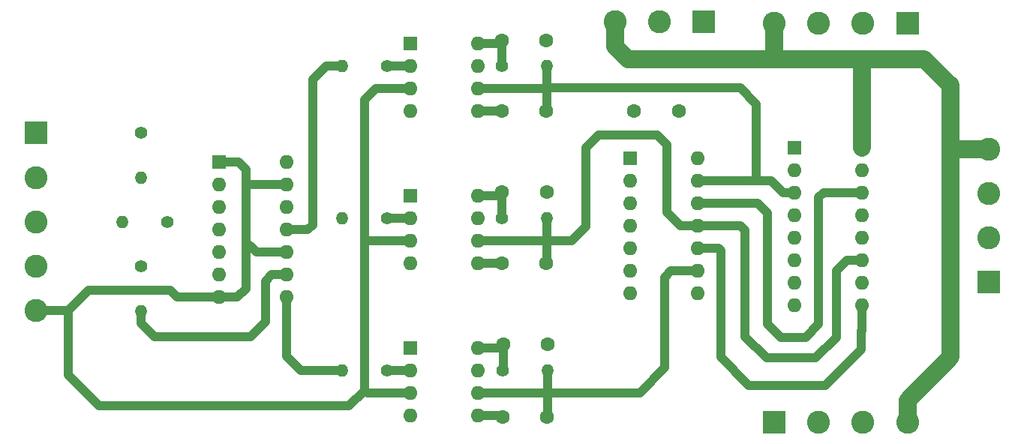
<source format=gbr>
%TF.GenerationSoftware,KiCad,Pcbnew,9.0.0*%
%TF.CreationDate,2025-03-02T18:11:32+05:30*%
%TF.ProjectId,PWM Interface Board to C2000 MCU,50574d20-496e-4746-9572-666163652042,rev?*%
%TF.SameCoordinates,Original*%
%TF.FileFunction,Copper,L1,Top*%
%TF.FilePolarity,Positive*%
%FSLAX46Y46*%
G04 Gerber Fmt 4.6, Leading zero omitted, Abs format (unit mm)*
G04 Created by KiCad (PCBNEW 9.0.0) date 2025-03-02 18:11:32*
%MOMM*%
%LPD*%
G01*
G04 APERTURE LIST*
%TA.AperFunction,ComponentPad*%
%ADD10C,1.400000*%
%TD*%
%TA.AperFunction,ComponentPad*%
%ADD11O,1.400000X1.400000*%
%TD*%
%TA.AperFunction,ComponentPad*%
%ADD12C,1.600000*%
%TD*%
%TA.AperFunction,ComponentPad*%
%ADD13R,1.600000X1.600000*%
%TD*%
%TA.AperFunction,ComponentPad*%
%ADD14O,1.600000X1.600000*%
%TD*%
%TA.AperFunction,ComponentPad*%
%ADD15R,2.600000X2.600000*%
%TD*%
%TA.AperFunction,ComponentPad*%
%ADD16C,2.600000*%
%TD*%
%TA.AperFunction,Conductor*%
%ADD17C,1.000000*%
%TD*%
%TA.AperFunction,Conductor*%
%ADD18C,2.000000*%
%TD*%
G04 APERTURE END LIST*
D10*
%TO.P,R1O1,1*%
%TO.N,+5V*%
X74585000Y-28402500D03*
D11*
%TO.P,R1O1,2*%
%TO.N,Net-(LS1-Ain)*%
X79665000Y-28402500D03*
%TD*%
D12*
%TO.P,C2,1*%
%TO.N,Net-(LS1-Ein)*%
X79585000Y-50657500D03*
%TO.P,C2,2*%
%TO.N,GNDREF*%
X74585000Y-50657500D03*
%TD*%
D13*
%TO.P,Opt2,1,NC*%
%TO.N,unconnected-(Opt2-NC-Pad1)*%
X64305000Y-43037500D03*
D14*
%TO.P,Opt2,2,A*%
%TO.N,Net-(Opt2-A)*%
X64305000Y-45577500D03*
%TO.P,Opt2,3,C*%
%TO.N,GND*%
X64305000Y-48117500D03*
%TO.P,Opt2,4*%
%TO.N,N/C*%
X64305000Y-50657500D03*
%TO.P,Opt2,5,GND*%
%TO.N,GNDREF*%
X71925000Y-50657500D03*
%TO.P,Opt2,6,VO*%
%TO.N,Net-(LS1-Ein)*%
X71925000Y-48117500D03*
%TO.P,Opt2,7,EN*%
%TO.N,unconnected-(Opt2-EN-Pad7)*%
X71925000Y-45577500D03*
%TO.P,Opt2,8,VCC*%
%TO.N,+5V*%
X71925000Y-43037500D03*
%TD*%
D15*
%TO.P,J_PWR1,1,Pin_1*%
%TO.N,GNDREF*%
X97368356Y-23438279D03*
D16*
%TO.P,J_PWR1,2,Pin_2*%
%TO.N,+5V*%
X92368356Y-23438279D03*
%TO.P,J_PWR1,3,Pin_3*%
%TO.N,+15V*%
X87368356Y-23438279D03*
%TD*%
D12*
%TO.P,C1,1*%
%TO.N,Net-(LS1-Ain)*%
X79585000Y-33482500D03*
%TO.P,C1,2*%
%TO.N,GNDREF*%
X74585000Y-33482500D03*
%TD*%
D10*
%TO.P,R2Oi1,1*%
%TO.N,Net-(Opt2-A)*%
X61625000Y-45577500D03*
D11*
%TO.P,R2Oi1,2*%
%TO.N,Net-(R2Oi1-Pad2)*%
X56545000Y-45577500D03*
%TD*%
D15*
%TO.P,JB1,1,Pin_1*%
%TO.N,GNDREF*%
X129525000Y-52787500D03*
D16*
%TO.P,JB1,2,Pin_2*%
%TO.N,Net-(JB1-Pin_2)*%
X129525000Y-47787500D03*
%TO.P,JB1,3,Pin_3*%
%TO.N,Net-(JB1-Pin_3)*%
X129525000Y-42787500D03*
%TO.P,JB1,4,Pin_4*%
%TO.N,+15V*%
X129525000Y-37787500D03*
%TD*%
D12*
%TO.P,C6,1*%
%TO.N,+5V*%
X74750000Y-59787500D03*
%TO.P,C6,2*%
%TO.N,GNDREF*%
X79750000Y-59787500D03*
%TD*%
D13*
%TO.P,Opt1,1,NC*%
%TO.N,unconnected-(Opt1-NC-Pad1)*%
X64305000Y-25862500D03*
D14*
%TO.P,Opt1,2,A*%
%TO.N,Net-(Opt1-A)*%
X64305000Y-28402500D03*
%TO.P,Opt1,3,C*%
%TO.N,GND*%
X64305000Y-30942500D03*
%TO.P,Opt1,4*%
%TO.N,N/C*%
X64305000Y-33482500D03*
%TO.P,Opt1,5,GND*%
%TO.N,GNDREF*%
X71925000Y-33482500D03*
%TO.P,Opt1,6,VO*%
%TO.N,Net-(LS1-Ain)*%
X71925000Y-30942500D03*
%TO.P,Opt1,7,EN*%
%TO.N,unconnected-(Opt1-EN-Pad7)*%
X71925000Y-28402500D03*
%TO.P,Opt1,8,VCC*%
%TO.N,+5V*%
X71925000Y-25862500D03*
%TD*%
D10*
%TO.P,R1i1,1*%
%TO.N,Net-(R1i1-Pad1)*%
X33925000Y-35907500D03*
D11*
%TO.P,R1i1,2*%
%TO.N,Net-(J_IN1-Pin_2)*%
X33925000Y-40987500D03*
%TD*%
D10*
%TO.P,R3i1,1*%
%TO.N,Net-(J_IN1-Pin_4)*%
X33925000Y-50987500D03*
D11*
%TO.P,R3i1,2*%
%TO.N,Net-(R3i1-Pad2)*%
X33925000Y-56067500D03*
%TD*%
D10*
%TO.P,R2O1,1*%
%TO.N,+5V*%
X74585000Y-45577500D03*
D11*
%TO.P,R2O1,2*%
%TO.N,Net-(LS1-Ein)*%
X79665000Y-45577500D03*
%TD*%
D12*
%TO.P,C4,1*%
%TO.N,+5V*%
X74585000Y-25562500D03*
%TO.P,C4,2*%
%TO.N,GNDREF*%
X79585000Y-25562500D03*
%TD*%
%TO.P,C5,1*%
%TO.N,+5V*%
X74650000Y-42612500D03*
%TO.P,C5,2*%
%TO.N,GNDREF*%
X79650000Y-42612500D03*
%TD*%
D15*
%TO.P,JA1,1,Pin_1*%
%TO.N,GNDREF*%
X120375000Y-23542500D03*
D16*
%TO.P,JA1,2,Pin_2*%
%TO.N,Net-(JA1-Pin_2)*%
X115375000Y-23542500D03*
%TO.P,JA1,3,Pin_3*%
%TO.N,Net-(JA1-Pin_3)*%
X110375000Y-23542500D03*
%TO.P,JA1,4,Pin_4*%
%TO.N,+15V*%
X105375000Y-23542500D03*
%TD*%
D10*
%TO.P,R3O1,1*%
%TO.N,+5V*%
X74710000Y-62787500D03*
D11*
%TO.P,R3O1,2*%
%TO.N,Net-(LS1-Bin)*%
X79790000Y-62787500D03*
%TD*%
D10*
%TO.P,R1Oi1,1*%
%TO.N,Net-(Opt1-A)*%
X61625000Y-28402500D03*
D11*
%TO.P,R1Oi1,2*%
%TO.N,Net-(R1Oi1-Pad2)*%
X56545000Y-28402500D03*
%TD*%
D13*
%TO.P,LS1,1,VCC*%
%TO.N,+5V*%
X107625000Y-37612500D03*
D14*
%TO.P,LS1,2,Aout*%
%TO.N,Net-(JA1-Pin_3)*%
X107625000Y-40152500D03*
%TO.P,LS1,3,Ain*%
%TO.N,Net-(LS1-Ain)*%
X107625000Y-42692500D03*
%TO.P,LS1,4,Bout*%
%TO.N,Net-(JC1-Pin_3)*%
X107625000Y-45232500D03*
%TO.P,LS1,5,Bin*%
%TO.N,Net-(LS1-Bin)*%
X107625000Y-47772500D03*
%TO.P,LS1,6,Cout*%
%TO.N,Net-(JC1-Pin_2)*%
X107625000Y-50312500D03*
%TO.P,LS1,7,Cin*%
%TO.N,Net-(LS1-Cin)*%
X107625000Y-52852500D03*
%TO.P,LS1,8,VSS*%
%TO.N,GNDREF*%
X107625000Y-55392500D03*
%TO.P,LS1,9,Din*%
%TO.N,Net-(LS1-Din)*%
X115245000Y-55392500D03*
%TO.P,LS1,10,Dout*%
%TO.N,Net-(JB1-Pin_2)*%
X115245000Y-52852500D03*
%TO.P,LS1,11,Ein*%
%TO.N,Net-(LS1-Ein)*%
X115245000Y-50312500D03*
%TO.P,LS1,12,Eout*%
%TO.N,Net-(JB1-Pin_3)*%
X115245000Y-47772500D03*
%TO.P,LS1,13,Select*%
%TO.N,unconnected-(LS1-Select-Pad13)*%
X115245000Y-45232500D03*
%TO.P,LS1,14,Fin*%
%TO.N,Net-(LS1-Fin)*%
X115245000Y-42692500D03*
%TO.P,LS1,15,Fout*%
%TO.N,Net-(JA1-Pin_2)*%
X115245000Y-40152500D03*
%TO.P,LS1,16,VDD*%
%TO.N,+15V*%
X115245000Y-37612500D03*
%TD*%
D15*
%TO.P,JC1,1,Pin_1*%
%TO.N,GNDREF*%
X105375000Y-68587500D03*
D16*
%TO.P,JC1,2,Pin_2*%
%TO.N,Net-(JC1-Pin_2)*%
X110375000Y-68587500D03*
%TO.P,JC1,3,Pin_3*%
%TO.N,Net-(JC1-Pin_3)*%
X115375000Y-68587500D03*
%TO.P,JC1,4,Pin_4*%
%TO.N,+15V*%
X120375000Y-68587500D03*
%TD*%
D15*
%TO.P,J_IN1,1,Pin_1*%
%TO.N,+5P*%
X22020000Y-35987500D03*
D16*
%TO.P,J_IN1,2,Pin_2*%
%TO.N,Net-(J_IN1-Pin_2)*%
X22020000Y-40987500D03*
%TO.P,J_IN1,3,Pin_3*%
%TO.N,Net-(J_IN1-Pin_3)*%
X22020000Y-45987500D03*
%TO.P,J_IN1,4,Pin_4*%
%TO.N,Net-(J_IN1-Pin_4)*%
X22020000Y-50987500D03*
%TO.P,J_IN1,5,Pin_5*%
%TO.N,GND*%
X22020000Y-55987500D03*
%TD*%
D13*
%TO.P,Opt3,1,NC*%
%TO.N,unconnected-(Opt3-NC-Pad1)*%
X64305000Y-60247500D03*
D14*
%TO.P,Opt3,2,A*%
%TO.N,Net-(Opt3-A)*%
X64305000Y-62787500D03*
%TO.P,Opt3,3,C*%
%TO.N,GND*%
X64305000Y-65327500D03*
%TO.P,Opt3,4*%
%TO.N,N/C*%
X64305000Y-67867500D03*
%TO.P,Opt3,5,GND*%
%TO.N,GNDREF*%
X71925000Y-67867500D03*
%TO.P,Opt3,6,VO*%
%TO.N,Net-(LS1-Bin)*%
X71925000Y-65327500D03*
%TO.P,Opt3,7,EN*%
%TO.N,unconnected-(Opt3-EN-Pad7)*%
X71925000Y-62787500D03*
%TO.P,Opt3,8,VCC*%
%TO.N,+5V*%
X71925000Y-60247500D03*
%TD*%
D13*
%TO.P,UTB1,1*%
%TO.N,GND*%
X42725000Y-39262500D03*
D14*
%TO.P,UTB1,2*%
%TO.N,Net-(R2i1-Pad1)*%
X42725000Y-41802500D03*
%TO.P,UTB1,3*%
%TO.N,Net-(R2Oi1-Pad2)*%
X42725000Y-44342500D03*
%TO.P,UTB1,4*%
%TO.N,unconnected-(UTB1-Pad4)*%
X42725000Y-46882500D03*
%TO.P,UTB1,5*%
%TO.N,unconnected-(UTB1-Pad5)*%
X42725000Y-49422500D03*
%TO.P,UTB1,6*%
%TO.N,unconnected-(UTB1-Pad6)*%
X42725000Y-51962500D03*
%TO.P,UTB1,7,GND*%
%TO.N,GND*%
X42725000Y-54502500D03*
%TO.P,UTB1,8*%
%TO.N,Net-(R3Oi1-Pad2)*%
X50345000Y-54502500D03*
%TO.P,UTB1,9*%
%TO.N,Net-(R3i1-Pad2)*%
X50345000Y-51962500D03*
%TO.P,UTB1,10*%
%TO.N,GND*%
X50345000Y-49422500D03*
%TO.P,UTB1,11*%
%TO.N,Net-(R1Oi1-Pad2)*%
X50345000Y-46882500D03*
%TO.P,UTB1,12*%
%TO.N,Net-(R1i1-Pad1)*%
X50345000Y-44342500D03*
%TO.P,UTB1,13*%
%TO.N,GND*%
X50345000Y-41802500D03*
%TO.P,UTB1,14,VCC*%
%TO.N,+5P*%
X50345000Y-39262500D03*
%TD*%
D12*
%TO.P,C3,1*%
%TO.N,Net-(LS1-Bin)*%
X79710000Y-68012500D03*
%TO.P,C3,2*%
%TO.N,GNDREF*%
X74710000Y-68012500D03*
%TD*%
D13*
%TO.P,UNG1,1*%
%TO.N,unconnected-(UNG1-Pad1)*%
X89125000Y-38837500D03*
D14*
%TO.P,UNG1,2*%
%TO.N,unconnected-(UNG1-Pad2)*%
X89125000Y-41377500D03*
%TO.P,UNG1,3*%
%TO.N,unconnected-(UNG1-Pad3)*%
X89125000Y-43917500D03*
%TO.P,UNG1,4*%
%TO.N,unconnected-(UNG1-Pad4)*%
X89125000Y-46457500D03*
%TO.P,UNG1,5*%
%TO.N,unconnected-(UNG1-Pad5)*%
X89125000Y-48997500D03*
%TO.P,UNG1,6*%
%TO.N,unconnected-(UNG1-Pad6)*%
X89125000Y-51537500D03*
%TO.P,UNG1,7,GND*%
%TO.N,GNDREF*%
X89125000Y-54077500D03*
%TO.P,UNG1,8*%
%TO.N,Net-(LS1-Cin)*%
X96745000Y-54077500D03*
%TO.P,UNG1,9*%
%TO.N,Net-(LS1-Bin)*%
X96745000Y-51537500D03*
%TO.P,UNG1,10*%
%TO.N,Net-(LS1-Din)*%
X96745000Y-48997500D03*
%TO.P,UNG1,11*%
%TO.N,Net-(LS1-Ein)*%
X96745000Y-46457500D03*
%TO.P,UNG1,12*%
%TO.N,Net-(LS1-Fin)*%
X96745000Y-43917500D03*
%TO.P,UNG1,13*%
%TO.N,Net-(LS1-Ain)*%
X96745000Y-41377500D03*
%TO.P,UNG1,14,VCC*%
%TO.N,+5V*%
X96745000Y-38837500D03*
%TD*%
D10*
%TO.P,R3Oi1,1*%
%TO.N,Net-(Opt3-A)*%
X61625000Y-62787500D03*
D11*
%TO.P,R3Oi1,2*%
%TO.N,Net-(R3Oi1-Pad2)*%
X56545000Y-62787500D03*
%TD*%
D10*
%TO.P,R2i1,1*%
%TO.N,Net-(R2i1-Pad1)*%
X36815000Y-45987500D03*
D11*
%TO.P,R2i1,2*%
%TO.N,Net-(J_IN1-Pin_3)*%
X31735000Y-45987500D03*
%TD*%
D12*
%TO.P,C7,1*%
%TO.N,+5V*%
X94550000Y-33462500D03*
%TO.P,C7,2*%
%TO.N,GNDREF*%
X89550000Y-33462500D03*
%TD*%
D17*
%TO.N,GNDREF*%
X74565000Y-67867500D02*
X74710000Y-68012500D01*
X71925000Y-67867500D02*
X74565000Y-67867500D01*
X71925000Y-33482500D02*
X74585000Y-33482500D01*
X71925000Y-50657500D02*
X74585000Y-50657500D01*
%TO.N,Net-(LS1-Ain)*%
X79665000Y-28402500D02*
X79665000Y-30837500D01*
X79615000Y-30887500D02*
X101525000Y-30887500D01*
X103350000Y-32712500D02*
X103350000Y-41362500D01*
X105000000Y-41362500D02*
X106330000Y-42692500D01*
X96760000Y-41362500D02*
X103350000Y-41362500D01*
X96745000Y-41377500D02*
X96760000Y-41362500D01*
X79560000Y-30942500D02*
X79665000Y-30837500D01*
X101525000Y-30887500D02*
X103350000Y-32712500D01*
X106330000Y-42692500D02*
X107625000Y-42692500D01*
X71925000Y-30942500D02*
X79560000Y-30942500D01*
X103350000Y-41362500D02*
X105000000Y-41362500D01*
X79665000Y-30837500D02*
X79665000Y-33402500D01*
X79665000Y-33402500D02*
X79585000Y-33482500D01*
X79560000Y-30942500D02*
X79615000Y-30887500D01*
%TO.N,Net-(LS1-Ein)*%
X71925000Y-48117500D02*
X79470000Y-48117500D01*
X94770000Y-46457500D02*
X96745000Y-46457500D01*
X112375000Y-51487500D02*
X113550000Y-50312500D01*
X96745000Y-46457500D02*
X101545000Y-46457500D01*
X93200000Y-44887500D02*
X94770000Y-46457500D01*
X79470000Y-48117500D02*
X79490000Y-48137500D01*
X79665000Y-45577500D02*
X79665000Y-48312500D01*
X110025000Y-61387500D02*
X112375000Y-59037500D01*
X79470000Y-48117500D02*
X79665000Y-48312500D01*
X92137500Y-36200000D02*
X93200000Y-37262500D01*
X104475000Y-61387500D02*
X110025000Y-61387500D01*
X102075000Y-58987500D02*
X104475000Y-61387500D01*
X113550000Y-50312500D02*
X115245000Y-50312500D01*
X82450000Y-48137500D02*
X84075000Y-46512500D01*
X84075000Y-37662500D02*
X85537500Y-36200000D01*
X101545000Y-46457500D02*
X102075000Y-46987500D01*
X84075000Y-46512500D02*
X84075000Y-37662500D01*
X79665000Y-48312500D02*
X79665000Y-50577500D01*
X79665000Y-50577500D02*
X79585000Y-50657500D01*
X102075000Y-46987500D02*
X102075000Y-58987500D01*
X112375000Y-59037500D02*
X112375000Y-51487500D01*
X85537500Y-36200000D02*
X92137500Y-36200000D01*
X79490000Y-48137500D02*
X82450000Y-48137500D01*
X93200000Y-37262500D02*
X93200000Y-44887500D01*
%TO.N,Net-(LS1-Bin)*%
X92975000Y-62462500D02*
X92975000Y-52262500D01*
X93700000Y-51537500D02*
X96745000Y-51537500D01*
X79790000Y-65137500D02*
X79940000Y-65287500D01*
X92975000Y-52262500D02*
X93700000Y-51537500D01*
X90150000Y-65287500D02*
X92975000Y-62462500D01*
X79600000Y-65327500D02*
X79790000Y-65137500D01*
X79790000Y-67932500D02*
X79710000Y-68012500D01*
X71925000Y-65327500D02*
X79600000Y-65327500D01*
X79790000Y-62787500D02*
X79790000Y-65137500D01*
X79790000Y-65137500D02*
X79790000Y-67932500D01*
X79940000Y-65287500D02*
X90150000Y-65287500D01*
D18*
%TO.N,+15V*%
X115245000Y-37612500D02*
X115245000Y-27667500D01*
X125250000Y-38012500D02*
X125250000Y-61287500D01*
X87368356Y-26205856D02*
X88800000Y-27637500D01*
X115275000Y-27637500D02*
X122250000Y-27637500D01*
X125475000Y-37787500D02*
X125250000Y-38012500D01*
X120375000Y-66162500D02*
X120375000Y-68587500D01*
X105500000Y-27637500D02*
X115275000Y-27637500D01*
X122250000Y-27637500D02*
X125175000Y-30562500D01*
X88800000Y-27637500D02*
X105500000Y-27637500D01*
X125175000Y-30562500D02*
X125250000Y-30562500D01*
X125250000Y-30562500D02*
X125250000Y-38012500D01*
X105375000Y-27512500D02*
X105500000Y-27637500D01*
X115245000Y-27667500D02*
X115275000Y-27637500D01*
X87368356Y-23438279D02*
X87368356Y-26205856D01*
X125250000Y-61287500D02*
X120375000Y-66162500D01*
X129525000Y-37787500D02*
X125475000Y-37787500D01*
X105375000Y-23542500D02*
X105375000Y-27512500D01*
D17*
%TO.N,+5V*%
X74290000Y-60247500D02*
X74750000Y-59787500D01*
X71925000Y-60247500D02*
X74290000Y-60247500D01*
X74285000Y-25862500D02*
X74585000Y-25562500D01*
X74750000Y-59787500D02*
X74750000Y-62747500D01*
X74225000Y-43037500D02*
X74650000Y-42612500D01*
X74585000Y-42677500D02*
X74650000Y-42612500D01*
X71925000Y-25862500D02*
X74285000Y-25862500D01*
X74585000Y-45577500D02*
X74585000Y-42677500D01*
X74585000Y-28402500D02*
X74585000Y-25562500D01*
X74750000Y-62747500D02*
X74710000Y-62787500D01*
X71925000Y-43037500D02*
X74225000Y-43037500D01*
%TO.N,GND*%
X59125000Y-48162500D02*
X59125000Y-32187500D01*
X60370000Y-30942500D02*
X64305000Y-30942500D01*
X59415000Y-65327500D02*
X59125000Y-65037500D01*
X64305000Y-65327500D02*
X59415000Y-65327500D01*
X22020000Y-55987500D02*
X25675000Y-55987500D01*
X25675000Y-55987500D02*
X25675000Y-63287500D01*
X50345000Y-49422500D02*
X46885000Y-49422500D01*
X45700000Y-53537500D02*
X45700000Y-48287500D01*
X42725000Y-54502500D02*
X44735000Y-54502500D01*
X57375000Y-66787500D02*
X59125000Y-65037500D01*
X45725000Y-41537500D02*
X45990000Y-41802500D01*
X59170000Y-48117500D02*
X59125000Y-48162500D01*
X45725000Y-48262500D02*
X45725000Y-42587500D01*
X59125000Y-32187500D02*
X60370000Y-30942500D01*
X64305000Y-48117500D02*
X59170000Y-48117500D01*
X25675000Y-63287500D02*
X29175000Y-66787500D01*
X37990000Y-54502500D02*
X42725000Y-54502500D01*
X37225000Y-53737500D02*
X37990000Y-54502500D01*
X44735000Y-54502500D02*
X45700000Y-53537500D01*
X46885000Y-49422500D02*
X46475000Y-49012500D01*
X27925000Y-53737500D02*
X37225000Y-53737500D01*
X45700000Y-48287500D02*
X45725000Y-48262500D01*
X46475000Y-49012500D02*
X45850000Y-48387500D01*
X45990000Y-41802500D02*
X50345000Y-41802500D01*
X25675000Y-55987500D02*
X27925000Y-53737500D01*
X45725000Y-40087500D02*
X44900000Y-39262500D01*
X29175000Y-66787500D02*
X57375000Y-66787500D01*
X45725000Y-42587500D02*
X45725000Y-40087500D01*
X45725000Y-42587500D02*
X45725000Y-41537500D01*
X45850000Y-48387500D02*
X45725000Y-48262500D01*
X59125000Y-65037500D02*
X59125000Y-48162500D01*
X44900000Y-39262500D02*
X42725000Y-39262500D01*
%TO.N,Net-(LS1-Din)*%
X115175000Y-60387500D02*
X115175000Y-58337500D01*
X115245000Y-58267500D02*
X115245000Y-55392500D01*
X102475000Y-64437500D02*
X111125000Y-64437500D01*
X115175000Y-58337500D02*
X115245000Y-58267500D01*
X111125000Y-64437500D02*
X115175000Y-60387500D01*
X99325000Y-49237500D02*
X99325000Y-61287500D01*
X99085000Y-48997500D02*
X99325000Y-49237500D01*
X99325000Y-61287500D02*
X102475000Y-64437500D01*
X96745000Y-48997500D02*
X99085000Y-48997500D01*
%TO.N,Net-(R1Oi1-Pad2)*%
X53250000Y-46337500D02*
X53250000Y-29912500D01*
X50345000Y-46882500D02*
X52705000Y-46882500D01*
X52705000Y-46882500D02*
X53250000Y-46337500D01*
X54760000Y-28402500D02*
X56545000Y-28402500D01*
X53250000Y-29912500D02*
X54760000Y-28402500D01*
%TO.N,Net-(R3i1-Pad2)*%
X33925000Y-56067500D02*
X33925000Y-57462500D01*
X33925000Y-57462500D02*
X35400000Y-58937500D01*
X46275000Y-58937500D02*
X47925000Y-57287500D01*
X47925000Y-52687500D02*
X48650000Y-51962500D01*
X48650000Y-51962500D02*
X50345000Y-51962500D01*
X47925000Y-57287500D02*
X47925000Y-52687500D01*
X35400000Y-58937500D02*
X46275000Y-58937500D01*
%TO.N,Net-(R3Oi1-Pad2)*%
X51950000Y-62787500D02*
X56545000Y-62787500D01*
X50345000Y-61182500D02*
X51950000Y-62787500D01*
X50345000Y-54502500D02*
X50345000Y-61182500D01*
%TO.N,Net-(LS1-Fin)*%
X110375000Y-43237500D02*
X110920000Y-42692500D01*
X110375000Y-57537500D02*
X110375000Y-43237500D01*
X104575000Y-45037500D02*
X104575000Y-57537500D01*
X96745000Y-43917500D02*
X103455000Y-43917500D01*
X108875000Y-59037500D02*
X110375000Y-57537500D01*
X103455000Y-43917500D02*
X104575000Y-45037500D01*
X110920000Y-42692500D02*
X115245000Y-42692500D01*
X104575000Y-57537500D02*
X106075000Y-59037500D01*
X106075000Y-59037500D02*
X108875000Y-59037500D01*
%TO.N,Net-(Opt1-A)*%
X61625000Y-28402500D02*
X64305000Y-28402500D01*
%TO.N,Net-(Opt2-A)*%
X61625000Y-45577500D02*
X64305000Y-45577500D01*
%TO.N,Net-(Opt3-A)*%
X61625000Y-62787500D02*
X64305000Y-62787500D01*
%TD*%
M02*

</source>
